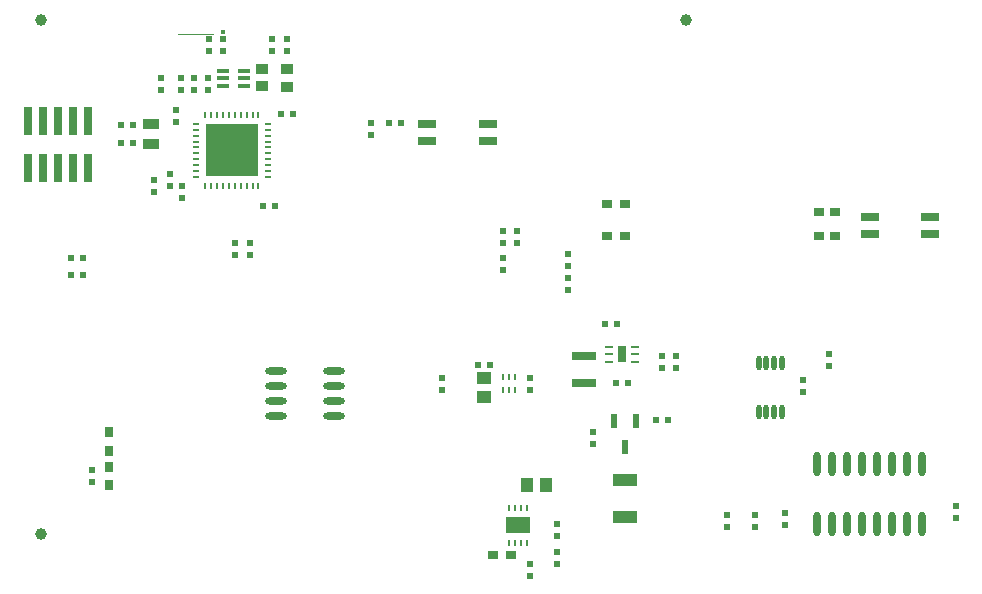
<source format=gtp>
%FSLAX25Y25*%
%MOIN*%
G70*
G01*
G75*
G04 Layer_Color=8421504*
%ADD10R,0.03150X0.05512*%
%ADD11R,0.02559X0.00984*%
%ADD12R,0.02362X0.04528*%
%ADD13O,0.07284X0.02362*%
%ADD14R,0.07874X0.03937*%
%ADD15R,0.17716X0.17716*%
%ADD16O,0.02559X0.00984*%
%ADD17O,0.00984X0.02559*%
%ADD18R,0.03543X0.02953*%
%ADD19R,0.05315X0.03740*%
%ADD20R,0.11811X0.00039*%
%ADD21R,0.01575X0.01575*%
%ADD22R,0.06102X0.02559*%
%ADD23O,0.00984X0.02362*%
%ADD24R,0.08268X0.05512*%
%ADD25O,0.01772X0.05118*%
%ADD26R,0.00984X0.01969*%
%ADD27R,0.05118X0.03937*%
%ADD28R,0.03937X0.03543*%
%ADD29R,0.03937X0.01378*%
%ADD30R,0.02953X0.09449*%
%ADD31O,0.02362X0.08071*%
%ADD32R,0.08071X0.03150*%
%ADD33R,0.03543X0.03150*%
%ADD34R,0.01969X0.02362*%
%ADD35R,0.03150X0.03543*%
%ADD36R,0.02362X0.01969*%
%ADD37R,0.03937X0.05118*%
%ADD38C,0.03937*%
%ADD39C,0.01000*%
%ADD40C,0.01969*%
%ADD41C,0.01181*%
%ADD42C,0.03150*%
%ADD43C,0.05906*%
%ADD44C,0.01575*%
%ADD45C,0.03937*%
%ADD46C,0.02362*%
%ADD47C,0.00787*%
G04:AMPARAMS|DCode=48|XSize=18.11mil|YSize=66.44mil|CornerRadius=0mil|HoleSize=0mil|Usage=FLASHONLY|Rotation=34.500|XOffset=0mil|YOffset=0mil|HoleType=Round|Shape=Rectangle|*
%AMROTATEDRECTD48*
4,1,4,0.01135,-0.03251,-0.02628,0.02225,-0.01135,0.03251,0.02628,-0.02225,0.01135,-0.03251,0.0*
%
%ADD48ROTATEDRECTD48*%

%ADD49R,0.01811X0.07992*%
%ADD50R,0.12598X0.05079*%
%ADD51R,0.12598X0.04764*%
%ADD52R,0.08583X0.15590*%
%ADD53R,1.00709X0.04764*%
%ADD54R,0.36142X0.03937*%
%ADD55R,0.19193X0.05079*%
%ADD56R,0.04724X0.03150*%
%ADD57R,0.03937X0.02913*%
%ADD58R,0.35500X0.02000*%
%ADD59R,0.12728X0.02500*%
%ADD60R,0.03032X0.06303*%
%ADD61R,0.05906X0.05906*%
%ADD62C,0.05906*%
%ADD63R,0.05906X0.05906*%
%ADD64C,0.11811*%
%ADD65C,0.06000*%
%ADD66C,0.02598*%
%ADD67C,0.03150*%
%ADD68C,0.07874*%
%ADD69C,0.00984*%
%ADD70C,0.00800*%
D10*
X439500Y286500D02*
D03*
D11*
X435169Y283941D02*
D03*
Y286500D02*
D03*
Y289059D02*
D03*
X443831D02*
D03*
Y286500D02*
D03*
Y283941D02*
D03*
D12*
X440500Y255571D02*
D03*
X436760Y264429D02*
D03*
X444240D02*
D03*
D13*
X343646Y266000D02*
D03*
Y271000D02*
D03*
Y276000D02*
D03*
Y281000D02*
D03*
X324354Y266000D02*
D03*
Y271000D02*
D03*
Y276000D02*
D03*
Y281000D02*
D03*
D14*
X440500Y232398D02*
D03*
Y244602D02*
D03*
D15*
X309500Y354500D02*
D03*
D16*
X297590Y345642D02*
D03*
Y347610D02*
D03*
Y349579D02*
D03*
Y351547D02*
D03*
Y353516D02*
D03*
Y355484D02*
D03*
Y357453D02*
D03*
Y359421D02*
D03*
Y361390D02*
D03*
Y363358D02*
D03*
X321410D02*
D03*
Y361390D02*
D03*
Y359421D02*
D03*
Y357453D02*
D03*
Y355484D02*
D03*
Y353516D02*
D03*
Y351547D02*
D03*
Y349579D02*
D03*
Y347610D02*
D03*
Y345642D02*
D03*
D17*
X300642Y366409D02*
D03*
X302610D02*
D03*
X304579D02*
D03*
X306547D02*
D03*
X308516D02*
D03*
X310484D02*
D03*
X312453D02*
D03*
X314421D02*
D03*
X316390D02*
D03*
X318358D02*
D03*
Y342590D02*
D03*
X316390D02*
D03*
X314421D02*
D03*
X312453D02*
D03*
X310484D02*
D03*
X308516D02*
D03*
X306547D02*
D03*
X304579D02*
D03*
X302610D02*
D03*
X300642D02*
D03*
D18*
X510658Y334000D02*
D03*
X505342D02*
D03*
X510658Y326000D02*
D03*
X505342D02*
D03*
D19*
X282500Y356752D02*
D03*
Y363248D02*
D03*
D20*
X297500Y393000D02*
D03*
D21*
X306500Y394000D02*
D03*
D22*
X394941Y363453D02*
D03*
Y357744D02*
D03*
X374665D02*
D03*
Y363453D02*
D03*
X522059Y326547D02*
D03*
Y332256D02*
D03*
X542335D02*
D03*
Y326547D02*
D03*
D23*
X407953Y235405D02*
D03*
X405984D02*
D03*
X404016D02*
D03*
X402047D02*
D03*
Y223594D02*
D03*
X404016D02*
D03*
X405984D02*
D03*
X407953D02*
D03*
D24*
X405000Y229500D02*
D03*
D25*
X485161Y267331D02*
D03*
X487720D02*
D03*
X490279D02*
D03*
X492839D02*
D03*
X485161Y283669D02*
D03*
X487720D02*
D03*
X490279D02*
D03*
X492839D02*
D03*
D26*
X400032Y274500D02*
D03*
X402000D02*
D03*
X403968D02*
D03*
Y278831D02*
D03*
X402000D02*
D03*
X400032D02*
D03*
D27*
X393500Y272350D02*
D03*
Y278650D02*
D03*
D28*
X319661Y375842D02*
D03*
Y381748D02*
D03*
X327929Y381650D02*
D03*
Y375744D02*
D03*
D29*
X306457Y381059D02*
D03*
Y378500D02*
D03*
Y375941D02*
D03*
X313642D02*
D03*
Y378500D02*
D03*
Y381059D02*
D03*
D30*
X241500Y348626D02*
D03*
X246500D02*
D03*
X251500D02*
D03*
X256500D02*
D03*
X261500D02*
D03*
X241500Y364374D02*
D03*
X246500D02*
D03*
X251500D02*
D03*
X256500D02*
D03*
X261500D02*
D03*
D31*
X539500Y249941D02*
D03*
X534500D02*
D03*
X529500D02*
D03*
X524500D02*
D03*
X519500D02*
D03*
X514500D02*
D03*
X509500D02*
D03*
X504500D02*
D03*
X539500Y230059D02*
D03*
X534500D02*
D03*
X529500D02*
D03*
X524500D02*
D03*
X519500D02*
D03*
X514500D02*
D03*
X509500D02*
D03*
X504500D02*
D03*
D32*
X427000Y286028D02*
D03*
Y276972D02*
D03*
D33*
X396449Y219500D02*
D03*
X402551D02*
D03*
X434449Y336500D02*
D03*
X440551D02*
D03*
X434449Y326000D02*
D03*
X440551D02*
D03*
D34*
X409000Y274532D02*
D03*
Y278468D02*
D03*
X421500Y319969D02*
D03*
Y316032D02*
D03*
X286000Y374532D02*
D03*
Y378468D02*
D03*
X494000Y233469D02*
D03*
Y229532D02*
D03*
X484000Y232968D02*
D03*
Y229031D02*
D03*
X474500Y232968D02*
D03*
Y229031D02*
D03*
X551000Y235968D02*
D03*
Y232031D02*
D03*
X310500Y323468D02*
D03*
Y319531D02*
D03*
X315500Y323468D02*
D03*
Y319531D02*
D03*
X500000Y274031D02*
D03*
Y277969D02*
D03*
X306500Y387531D02*
D03*
Y391469D02*
D03*
X418000Y216531D02*
D03*
Y220468D02*
D03*
X379500Y278468D02*
D03*
Y274532D02*
D03*
X430000Y260469D02*
D03*
Y256532D02*
D03*
X292500Y378468D02*
D03*
Y374532D02*
D03*
X400000Y314531D02*
D03*
Y318468D02*
D03*
X263000Y247969D02*
D03*
Y244032D02*
D03*
X421500Y311968D02*
D03*
Y308032D02*
D03*
X323000Y391469D02*
D03*
Y387531D02*
D03*
X328000Y391469D02*
D03*
Y387531D02*
D03*
X356000Y363469D02*
D03*
Y359531D02*
D03*
X293000Y342469D02*
D03*
Y338531D02*
D03*
X508500Y286469D02*
D03*
Y282531D02*
D03*
X302000Y387531D02*
D03*
Y391469D02*
D03*
X453000Y285968D02*
D03*
Y282031D02*
D03*
X457500Y285968D02*
D03*
Y282031D02*
D03*
X418000Y226031D02*
D03*
Y229969D02*
D03*
X409000Y216469D02*
D03*
Y212531D02*
D03*
X404500Y323532D02*
D03*
Y327468D02*
D03*
X283500Y344468D02*
D03*
Y340531D02*
D03*
X289000Y346468D02*
D03*
Y342531D02*
D03*
X400000Y323532D02*
D03*
Y327468D02*
D03*
X301500Y374532D02*
D03*
Y378468D02*
D03*
X291000Y364032D02*
D03*
Y367969D02*
D03*
X297000Y374532D02*
D03*
Y378468D02*
D03*
D35*
X268500Y242949D02*
D03*
Y249051D02*
D03*
Y260551D02*
D03*
Y254449D02*
D03*
D36*
X256031Y318500D02*
D03*
X259968D02*
D03*
X256031Y313000D02*
D03*
X259968D02*
D03*
X365968Y363500D02*
D03*
X362032D02*
D03*
X434031Y296500D02*
D03*
X437968D02*
D03*
X451031Y264500D02*
D03*
X454969D02*
D03*
X272532Y357000D02*
D03*
X276468D02*
D03*
X272532Y363000D02*
D03*
X276468D02*
D03*
X437532Y277000D02*
D03*
X441468D02*
D03*
X320031Y336000D02*
D03*
X323969D02*
D03*
X326031Y366500D02*
D03*
X329969D02*
D03*
X395468Y283000D02*
D03*
X391531D02*
D03*
D37*
X407850Y243000D02*
D03*
X414150D02*
D03*
D38*
X246000Y226500D02*
D03*
Y398000D02*
D03*
X461000D02*
D03*
M02*

</source>
